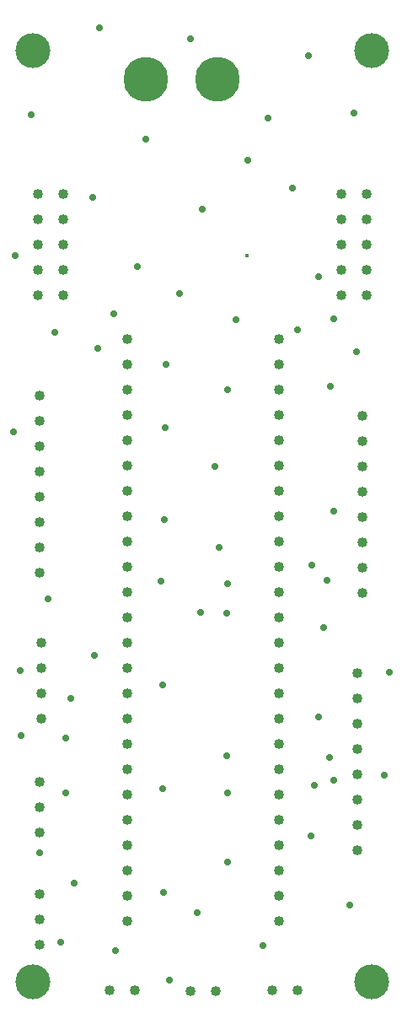
<source format=gbr>
%TF.GenerationSoftware,Altium Limited,Altium Designer,19.1.8 (144)*%
G04 Layer_Color=0*
%FSLAX26Y26*%
%MOIN*%
%TF.FileFunction,Plated,1,2,PTH,Drill*%
%TF.Part,Single*%
G01*
G75*
%TA.AperFunction,ComponentDrill*%
%ADD43C,0.040157*%
%ADD44C,0.040157*%
%ADD45C,0.040000*%
%ADD46C,0.177165*%
%TA.AperFunction,OtherDrill,Free Pad (1496.063mil,3838.583mil)*%
%ADD47C,0.137795*%
%TA.AperFunction,OtherDrill,Free Pad (157.48mil,3838.583mil)*%
%ADD48C,0.137795*%
%TA.AperFunction,OtherDrill,Free Pad (157.48mil,157.48mil)*%
%ADD49C,0.137795*%
%TA.AperFunction,OtherDrill,Free Pad (1496.063mil,157.48mil)*%
%ADD50C,0.137795*%
%TA.AperFunction,ViaDrill,NotFilled*%
%ADD51C,0.027992*%
%ADD52C,0.015748*%
%ADD53C,0.028000*%
D43*
X1439961Y680118D02*
D03*
Y780118D02*
D03*
Y880118D02*
D03*
Y980118D02*
D03*
Y1080118D02*
D03*
Y1180118D02*
D03*
Y1280118D02*
D03*
Y1380118D02*
D03*
X185039Y306890D02*
D03*
Y406890D02*
D03*
Y506890D02*
D03*
Y749803D02*
D03*
Y849803D02*
D03*
Y949803D02*
D03*
X189961Y1500197D02*
D03*
Y1400197D02*
D03*
Y1200197D02*
D03*
Y1300197D02*
D03*
X1458661Y1694094D02*
D03*
Y1794094D02*
D03*
Y1894094D02*
D03*
Y1994094D02*
D03*
Y2094095D02*
D03*
Y2194095D02*
D03*
Y2294095D02*
D03*
Y2394095D02*
D03*
X1476378Y3270866D02*
D03*
Y3170866D02*
D03*
X1376378Y3270866D02*
D03*
Y3170866D02*
D03*
Y3070866D02*
D03*
Y2970866D02*
D03*
Y2870866D02*
D03*
X1476378Y3070866D02*
D03*
Y2970866D02*
D03*
Y2870866D02*
D03*
X185039Y2474803D02*
D03*
Y2374803D02*
D03*
Y2274803D02*
D03*
Y2174803D02*
D03*
Y2074803D02*
D03*
Y1974803D02*
D03*
Y1874803D02*
D03*
Y1774803D02*
D03*
X275591Y3272441D02*
D03*
Y3172441D02*
D03*
X175591Y3272441D02*
D03*
Y3172441D02*
D03*
Y3072441D02*
D03*
Y2972441D02*
D03*
Y2872441D02*
D03*
X275591Y3072441D02*
D03*
Y2972441D02*
D03*
Y2872441D02*
D03*
D44*
X1102756Y124016D02*
D03*
X1202756D02*
D03*
X781496Y122047D02*
D03*
X881496D02*
D03*
X459646Y124016D02*
D03*
X559646D02*
D03*
D45*
X1128937Y1097441D02*
D03*
Y1197441D02*
D03*
Y1297441D02*
D03*
Y2697441D02*
D03*
Y2597441D02*
D03*
Y2497441D02*
D03*
X528937Y1297441D02*
D03*
X1128937Y997441D02*
D03*
Y897441D02*
D03*
Y797441D02*
D03*
Y697441D02*
D03*
Y597441D02*
D03*
Y497441D02*
D03*
Y397441D02*
D03*
X528937D02*
D03*
Y497441D02*
D03*
Y597441D02*
D03*
Y697441D02*
D03*
Y797441D02*
D03*
Y897441D02*
D03*
Y997441D02*
D03*
Y1097441D02*
D03*
Y1197441D02*
D03*
X1128937Y2397441D02*
D03*
Y2297441D02*
D03*
Y2197441D02*
D03*
Y2097441D02*
D03*
Y1997441D02*
D03*
Y1897441D02*
D03*
Y1797441D02*
D03*
Y1697441D02*
D03*
Y1597441D02*
D03*
Y1497441D02*
D03*
Y1397441D02*
D03*
X528937D02*
D03*
Y1497441D02*
D03*
Y1597441D02*
D03*
Y1697441D02*
D03*
Y1797441D02*
D03*
Y1897441D02*
D03*
Y1997441D02*
D03*
Y2097441D02*
D03*
Y2197441D02*
D03*
Y2297441D02*
D03*
Y2397441D02*
D03*
Y2497441D02*
D03*
Y2597441D02*
D03*
Y2697441D02*
D03*
D46*
X603465Y3725000D02*
D03*
X886929D02*
D03*
D47*
X1496063Y3838583D02*
D03*
D48*
X157480D02*
D03*
D49*
Y157480D02*
D03*
D50*
X1496063D02*
D03*
D51*
X685039Y2598425D02*
D03*
X681102Y2350394D02*
D03*
X877953Y2196850D02*
D03*
X677165Y1984252D02*
D03*
X893701Y1874016D02*
D03*
X86614Y3027559D02*
D03*
X570866Y2984252D02*
D03*
X413386Y2661417D02*
D03*
X476378Y2799213D02*
D03*
X244095Y2724409D02*
D03*
X78740Y2330709D02*
D03*
X216535Y1673228D02*
D03*
X401575Y1448819D02*
D03*
X307087Y1279528D02*
D03*
X287402Y905512D02*
D03*
X106299Y1389764D02*
D03*
X110236Y1133858D02*
D03*
X267716Y314961D02*
D03*
X185039Y669291D02*
D03*
X318898Y547244D02*
D03*
X818898Y1618110D02*
D03*
X669291Y1330709D02*
D03*
Y921260D02*
D03*
X673228Y511811D02*
D03*
X925197Y633858D02*
D03*
X484252Y283465D02*
D03*
X696850Y165354D02*
D03*
X1065589Y300553D02*
D03*
X1409449Y460630D02*
D03*
X1255906Y736221D02*
D03*
X1346457Y956693D02*
D03*
X1547244Y976378D02*
D03*
X1566929Y1381890D02*
D03*
X1287402Y1204724D02*
D03*
X1307087Y1559055D02*
D03*
X1346457Y2019685D02*
D03*
X1334646Y2511811D02*
D03*
X1437008Y2649606D02*
D03*
X1346457Y2779528D02*
D03*
X1287402Y2944882D02*
D03*
X1425197Y3590551D02*
D03*
X1086614Y3570866D02*
D03*
X779528Y3885827D02*
D03*
X1248032Y3818898D02*
D03*
X421260Y3929134D02*
D03*
X149606Y3586614D02*
D03*
X393701Y3259843D02*
D03*
X960630Y2775591D02*
D03*
X1185039Y3295276D02*
D03*
X826772Y3212598D02*
D03*
X736221Y2877953D02*
D03*
X602362Y3488189D02*
D03*
D52*
X1003937Y3027559D02*
D03*
D53*
X807087Y433071D02*
D03*
X925197Y2500000D02*
D03*
X286051Y1122047D02*
D03*
X925197Y905512D02*
D03*
Y1732284D02*
D03*
X1204232Y2734646D02*
D03*
X1006890Y3405512D02*
D03*
X664370Y1742126D02*
D03*
X923228Y1614173D02*
D03*
X924213Y1052165D02*
D03*
X1260827Y1805118D02*
D03*
X1318898Y1745079D02*
D03*
X1269685Y936024D02*
D03*
X1329724Y1044291D02*
D03*
%TF.MD5,5281d1f92772ebdb6beff68622acd7b5*%
M02*

</source>
